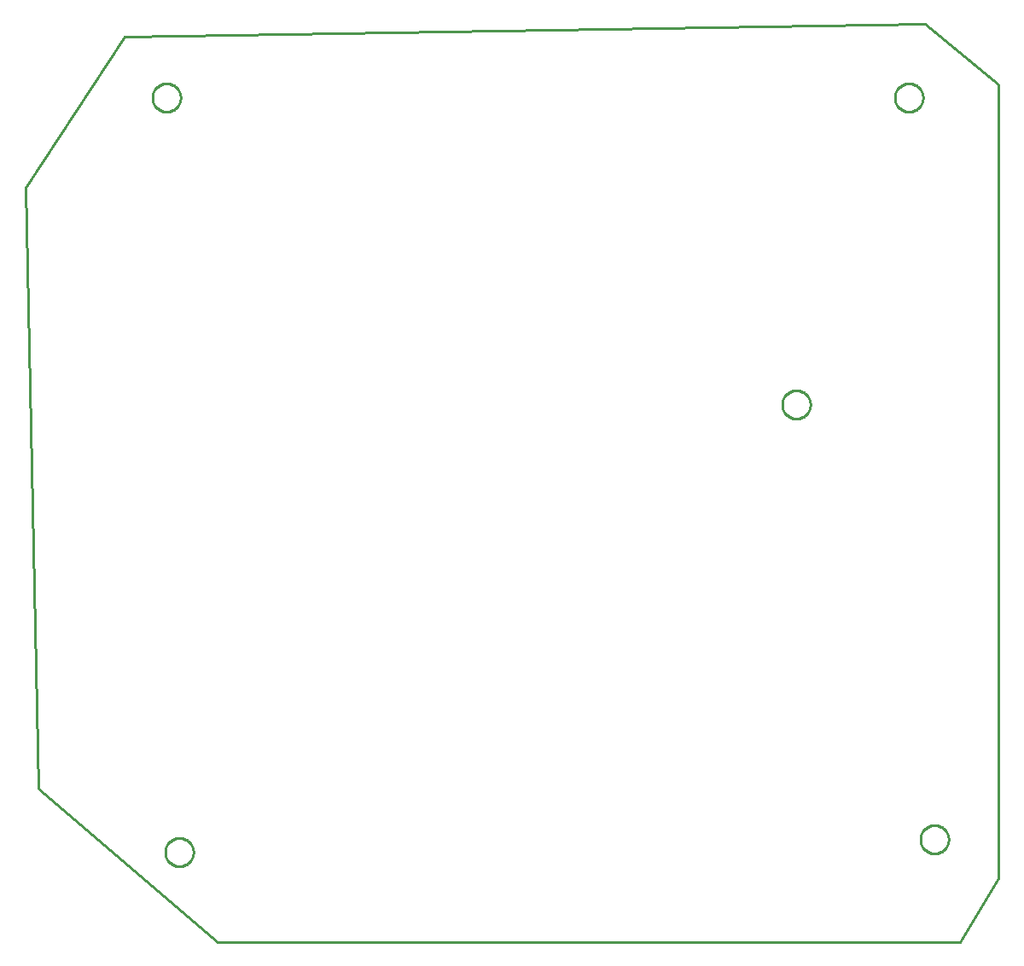
<source format=gbr>
G04 EAGLE Gerber RS-274X export*
G75*
%MOMM*%
%FSLAX34Y34*%
%LPD*%
%IN*%
%IPPOS*%
%AMOC8*
5,1,8,0,0,1.08239X$1,22.5*%
G01*
%ADD10C,0.254000*%


D10*
X596900Y812800D02*
X609600Y215900D01*
X787400Y63500D01*
X1524000Y63500D01*
X1561900Y126800D01*
X1561900Y914600D01*
X1489200Y974600D01*
X695200Y961900D01*
X596900Y812800D01*
X1375440Y596400D02*
X1375369Y595403D01*
X1375226Y594413D01*
X1375014Y593436D01*
X1374732Y592476D01*
X1374383Y591539D01*
X1373967Y590629D01*
X1373488Y589752D01*
X1372947Y588910D01*
X1372348Y588110D01*
X1371693Y587354D01*
X1370986Y586647D01*
X1370230Y585992D01*
X1369430Y585393D01*
X1368588Y584852D01*
X1367711Y584373D01*
X1366801Y583957D01*
X1365864Y583608D01*
X1364905Y583326D01*
X1363927Y583114D01*
X1362938Y582971D01*
X1361940Y582900D01*
X1360940Y582900D01*
X1359943Y582971D01*
X1358953Y583114D01*
X1357976Y583326D01*
X1357016Y583608D01*
X1356079Y583957D01*
X1355169Y584373D01*
X1354292Y584852D01*
X1353450Y585393D01*
X1352650Y585992D01*
X1351894Y586647D01*
X1351187Y587354D01*
X1350532Y588110D01*
X1349933Y588910D01*
X1349392Y589752D01*
X1348913Y590629D01*
X1348497Y591539D01*
X1348148Y592476D01*
X1347866Y593436D01*
X1347654Y594413D01*
X1347511Y595403D01*
X1347440Y596400D01*
X1347440Y597400D01*
X1347511Y598398D01*
X1347654Y599387D01*
X1347866Y600365D01*
X1348148Y601324D01*
X1348497Y602261D01*
X1348913Y603171D01*
X1349392Y604048D01*
X1349933Y604890D01*
X1350532Y605690D01*
X1351187Y606446D01*
X1351894Y607153D01*
X1352650Y607808D01*
X1353450Y608407D01*
X1354292Y608948D01*
X1355169Y609427D01*
X1356079Y609843D01*
X1357016Y610192D01*
X1357976Y610474D01*
X1358953Y610686D01*
X1359943Y610829D01*
X1360940Y610900D01*
X1361940Y610900D01*
X1362938Y610829D01*
X1363927Y610686D01*
X1364905Y610474D01*
X1365864Y610192D01*
X1366801Y609843D01*
X1367711Y609427D01*
X1368588Y608948D01*
X1369430Y608407D01*
X1370230Y607808D01*
X1370986Y607153D01*
X1371693Y606446D01*
X1372348Y605690D01*
X1372947Y604890D01*
X1373488Y604048D01*
X1373967Y603171D01*
X1374383Y602261D01*
X1374732Y601324D01*
X1375014Y600365D01*
X1375226Y599387D01*
X1375369Y598398D01*
X1375440Y597400D01*
X1375440Y596400D01*
X750600Y901200D02*
X750529Y900203D01*
X750386Y899213D01*
X750174Y898236D01*
X749892Y897276D01*
X749543Y896339D01*
X749127Y895429D01*
X748648Y894552D01*
X748107Y893710D01*
X747508Y892910D01*
X746853Y892154D01*
X746146Y891447D01*
X745390Y890792D01*
X744590Y890193D01*
X743748Y889652D01*
X742871Y889173D01*
X741961Y888757D01*
X741024Y888408D01*
X740065Y888126D01*
X739087Y887914D01*
X738098Y887771D01*
X737100Y887700D01*
X736100Y887700D01*
X735103Y887771D01*
X734113Y887914D01*
X733136Y888126D01*
X732176Y888408D01*
X731239Y888757D01*
X730329Y889173D01*
X729452Y889652D01*
X728610Y890193D01*
X727810Y890792D01*
X727054Y891447D01*
X726347Y892154D01*
X725692Y892910D01*
X725093Y893710D01*
X724552Y894552D01*
X724073Y895429D01*
X723657Y896339D01*
X723308Y897276D01*
X723026Y898236D01*
X722814Y899213D01*
X722671Y900203D01*
X722600Y901200D01*
X722600Y902200D01*
X722671Y903198D01*
X722814Y904187D01*
X723026Y905165D01*
X723308Y906124D01*
X723657Y907061D01*
X724073Y907971D01*
X724552Y908848D01*
X725093Y909690D01*
X725692Y910490D01*
X726347Y911246D01*
X727054Y911953D01*
X727810Y912608D01*
X728610Y913207D01*
X729452Y913748D01*
X730329Y914227D01*
X731239Y914643D01*
X732176Y914992D01*
X733136Y915274D01*
X734113Y915486D01*
X735103Y915629D01*
X736100Y915700D01*
X737100Y915700D01*
X738098Y915629D01*
X739087Y915486D01*
X740065Y915274D01*
X741024Y914992D01*
X741961Y914643D01*
X742871Y914227D01*
X743748Y913748D01*
X744590Y913207D01*
X745390Y912608D01*
X746146Y911953D01*
X746853Y911246D01*
X747508Y910490D01*
X748107Y909690D01*
X748648Y908848D01*
X749127Y907971D01*
X749543Y907061D01*
X749892Y906124D01*
X750174Y905165D01*
X750386Y904187D01*
X750529Y903198D01*
X750600Y902200D01*
X750600Y901200D01*
X763300Y151900D02*
X763229Y150903D01*
X763086Y149913D01*
X762874Y148936D01*
X762592Y147976D01*
X762243Y147039D01*
X761827Y146129D01*
X761348Y145252D01*
X760807Y144410D01*
X760208Y143610D01*
X759553Y142854D01*
X758846Y142147D01*
X758090Y141492D01*
X757290Y140893D01*
X756448Y140352D01*
X755571Y139873D01*
X754661Y139457D01*
X753724Y139108D01*
X752765Y138826D01*
X751787Y138614D01*
X750798Y138471D01*
X749800Y138400D01*
X748800Y138400D01*
X747803Y138471D01*
X746813Y138614D01*
X745836Y138826D01*
X744876Y139108D01*
X743939Y139457D01*
X743029Y139873D01*
X742152Y140352D01*
X741310Y140893D01*
X740510Y141492D01*
X739754Y142147D01*
X739047Y142854D01*
X738392Y143610D01*
X737793Y144410D01*
X737252Y145252D01*
X736773Y146129D01*
X736357Y147039D01*
X736008Y147976D01*
X735726Y148936D01*
X735514Y149913D01*
X735371Y150903D01*
X735300Y151900D01*
X735300Y152900D01*
X735371Y153898D01*
X735514Y154887D01*
X735726Y155865D01*
X736008Y156824D01*
X736357Y157761D01*
X736773Y158671D01*
X737252Y159548D01*
X737793Y160390D01*
X738392Y161190D01*
X739047Y161946D01*
X739754Y162653D01*
X740510Y163308D01*
X741310Y163907D01*
X742152Y164448D01*
X743029Y164927D01*
X743939Y165343D01*
X744876Y165692D01*
X745836Y165974D01*
X746813Y166186D01*
X747803Y166329D01*
X748800Y166400D01*
X749800Y166400D01*
X750798Y166329D01*
X751787Y166186D01*
X752765Y165974D01*
X753724Y165692D01*
X754661Y165343D01*
X755571Y164927D01*
X756448Y164448D01*
X757290Y163907D01*
X758090Y163308D01*
X758846Y162653D01*
X759553Y161946D01*
X760208Y161190D01*
X760807Y160390D01*
X761348Y159548D01*
X761827Y158671D01*
X762243Y157761D01*
X762592Y156824D01*
X762874Y155865D01*
X763086Y154887D01*
X763229Y153898D01*
X763300Y152900D01*
X763300Y151900D01*
X1487200Y901200D02*
X1487129Y900203D01*
X1486986Y899213D01*
X1486774Y898236D01*
X1486492Y897276D01*
X1486143Y896339D01*
X1485727Y895429D01*
X1485248Y894552D01*
X1484707Y893710D01*
X1484108Y892910D01*
X1483453Y892154D01*
X1482746Y891447D01*
X1481990Y890792D01*
X1481190Y890193D01*
X1480348Y889652D01*
X1479471Y889173D01*
X1478561Y888757D01*
X1477624Y888408D01*
X1476665Y888126D01*
X1475687Y887914D01*
X1474698Y887771D01*
X1473700Y887700D01*
X1472700Y887700D01*
X1471703Y887771D01*
X1470713Y887914D01*
X1469736Y888126D01*
X1468776Y888408D01*
X1467839Y888757D01*
X1466929Y889173D01*
X1466052Y889652D01*
X1465210Y890193D01*
X1464410Y890792D01*
X1463654Y891447D01*
X1462947Y892154D01*
X1462292Y892910D01*
X1461693Y893710D01*
X1461152Y894552D01*
X1460673Y895429D01*
X1460257Y896339D01*
X1459908Y897276D01*
X1459626Y898236D01*
X1459414Y899213D01*
X1459271Y900203D01*
X1459200Y901200D01*
X1459200Y902200D01*
X1459271Y903198D01*
X1459414Y904187D01*
X1459626Y905165D01*
X1459908Y906124D01*
X1460257Y907061D01*
X1460673Y907971D01*
X1461152Y908848D01*
X1461693Y909690D01*
X1462292Y910490D01*
X1462947Y911246D01*
X1463654Y911953D01*
X1464410Y912608D01*
X1465210Y913207D01*
X1466052Y913748D01*
X1466929Y914227D01*
X1467839Y914643D01*
X1468776Y914992D01*
X1469736Y915274D01*
X1470713Y915486D01*
X1471703Y915629D01*
X1472700Y915700D01*
X1473700Y915700D01*
X1474698Y915629D01*
X1475687Y915486D01*
X1476665Y915274D01*
X1477624Y914992D01*
X1478561Y914643D01*
X1479471Y914227D01*
X1480348Y913748D01*
X1481190Y913207D01*
X1481990Y912608D01*
X1482746Y911953D01*
X1483453Y911246D01*
X1484108Y910490D01*
X1484707Y909690D01*
X1485248Y908848D01*
X1485727Y907971D01*
X1486143Y907061D01*
X1486492Y906124D01*
X1486774Y905165D01*
X1486986Y904187D01*
X1487129Y903198D01*
X1487200Y902200D01*
X1487200Y901200D01*
X1512600Y164600D02*
X1512529Y163603D01*
X1512386Y162613D01*
X1512174Y161636D01*
X1511892Y160676D01*
X1511543Y159739D01*
X1511127Y158829D01*
X1510648Y157952D01*
X1510107Y157110D01*
X1509508Y156310D01*
X1508853Y155554D01*
X1508146Y154847D01*
X1507390Y154192D01*
X1506590Y153593D01*
X1505748Y153052D01*
X1504871Y152573D01*
X1503961Y152157D01*
X1503024Y151808D01*
X1502065Y151526D01*
X1501087Y151314D01*
X1500098Y151171D01*
X1499100Y151100D01*
X1498100Y151100D01*
X1497103Y151171D01*
X1496113Y151314D01*
X1495136Y151526D01*
X1494176Y151808D01*
X1493239Y152157D01*
X1492329Y152573D01*
X1491452Y153052D01*
X1490610Y153593D01*
X1489810Y154192D01*
X1489054Y154847D01*
X1488347Y155554D01*
X1487692Y156310D01*
X1487093Y157110D01*
X1486552Y157952D01*
X1486073Y158829D01*
X1485657Y159739D01*
X1485308Y160676D01*
X1485026Y161636D01*
X1484814Y162613D01*
X1484671Y163603D01*
X1484600Y164600D01*
X1484600Y165600D01*
X1484671Y166598D01*
X1484814Y167587D01*
X1485026Y168565D01*
X1485308Y169524D01*
X1485657Y170461D01*
X1486073Y171371D01*
X1486552Y172248D01*
X1487093Y173090D01*
X1487692Y173890D01*
X1488347Y174646D01*
X1489054Y175353D01*
X1489810Y176008D01*
X1490610Y176607D01*
X1491452Y177148D01*
X1492329Y177627D01*
X1493239Y178043D01*
X1494176Y178392D01*
X1495136Y178674D01*
X1496113Y178886D01*
X1497103Y179029D01*
X1498100Y179100D01*
X1499100Y179100D01*
X1500098Y179029D01*
X1501087Y178886D01*
X1502065Y178674D01*
X1503024Y178392D01*
X1503961Y178043D01*
X1504871Y177627D01*
X1505748Y177148D01*
X1506590Y176607D01*
X1507390Y176008D01*
X1508146Y175353D01*
X1508853Y174646D01*
X1509508Y173890D01*
X1510107Y173090D01*
X1510648Y172248D01*
X1511127Y171371D01*
X1511543Y170461D01*
X1511892Y169524D01*
X1512174Y168565D01*
X1512386Y167587D01*
X1512529Y166598D01*
X1512600Y165600D01*
X1512600Y164600D01*
M02*

</source>
